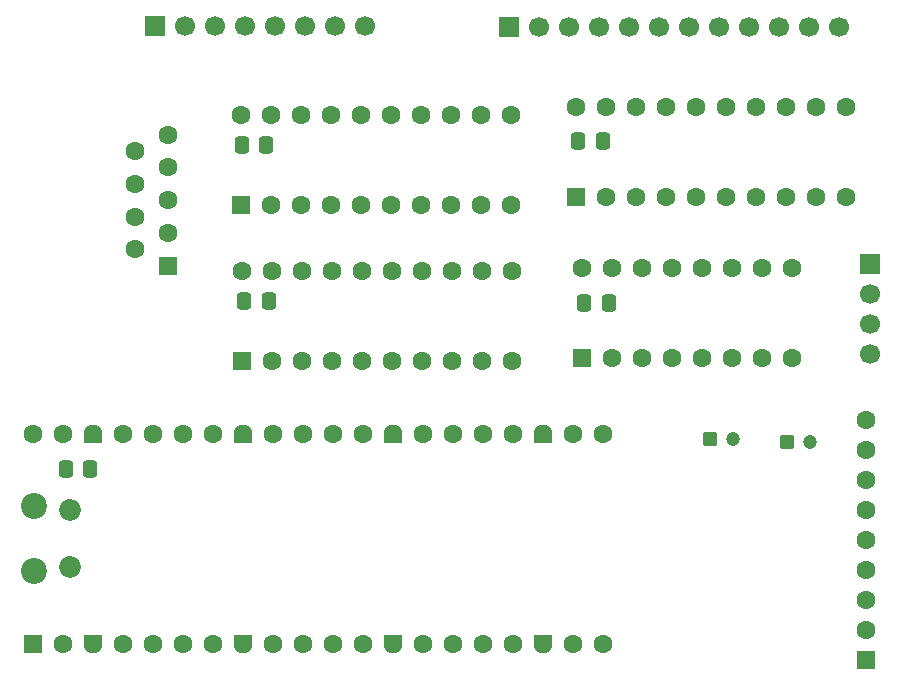
<source format=gbr>
%TF.GenerationSoftware,KiCad,Pcbnew,9.0.2*%
%TF.CreationDate,2025-07-27T17:40:09+01:00*%
%TF.ProjectId,Pico-Keyboard-Matrix-Interface,5069636f-2d4b-4657-9962-6f6172642d4d,rev?*%
%TF.SameCoordinates,Original*%
%TF.FileFunction,Soldermask,Bot*%
%TF.FilePolarity,Negative*%
%FSLAX46Y46*%
G04 Gerber Fmt 4.6, Leading zero omitted, Abs format (unit mm)*
G04 Created by KiCad (PCBNEW 9.0.2) date 2025-07-27 17:40:09*
%MOMM*%
%LPD*%
G01*
G04 APERTURE LIST*
G04 Aperture macros list*
%AMRoundRect*
0 Rectangle with rounded corners*
0 $1 Rounding radius*
0 $2 $3 $4 $5 $6 $7 $8 $9 X,Y pos of 4 corners*
0 Add a 4 corners polygon primitive as box body*
4,1,4,$2,$3,$4,$5,$6,$7,$8,$9,$2,$3,0*
0 Add four circle primitives for the rounded corners*
1,1,$1+$1,$2,$3*
1,1,$1+$1,$4,$5*
1,1,$1+$1,$6,$7*
1,1,$1+$1,$8,$9*
0 Add four rect primitives between the rounded corners*
20,1,$1+$1,$2,$3,$4,$5,0*
20,1,$1+$1,$4,$5,$6,$7,0*
20,1,$1+$1,$6,$7,$8,$9,0*
20,1,$1+$1,$8,$9,$2,$3,0*%
%AMFreePoly0*
4,1,37,0.603843,0.796157,0.639018,0.796157,0.711114,0.766294,0.766294,0.711114,0.796157,0.639018,0.796157,0.603843,0.800000,0.600000,0.800000,-0.600000,0.796157,-0.603843,0.796157,-0.639018,0.766294,-0.711114,0.711114,-0.766294,0.639018,-0.796157,0.603843,-0.796157,0.600000,-0.800000,0.000000,-0.800000,0.000000,-0.796148,-0.078414,-0.796148,-0.232228,-0.765552,-0.377117,-0.705537,
-0.507515,-0.618408,-0.618408,-0.507515,-0.705537,-0.377117,-0.765552,-0.232228,-0.796148,-0.078414,-0.796148,0.078414,-0.765552,0.232228,-0.705537,0.377117,-0.618408,0.507515,-0.507515,0.618408,-0.377117,0.705537,-0.232228,0.765552,-0.078414,0.796148,0.000000,0.796148,0.000000,0.800000,0.600000,0.800000,0.603843,0.796157,0.603843,0.796157,$1*%
%AMFreePoly1*
4,1,37,0.000000,0.796148,0.078414,0.796148,0.232228,0.765552,0.377117,0.705537,0.507515,0.618408,0.618408,0.507515,0.705537,0.377117,0.765552,0.232228,0.796148,0.078414,0.796148,-0.078414,0.765552,-0.232228,0.705537,-0.377117,0.618408,-0.507515,0.507515,-0.618408,0.377117,-0.705537,0.232228,-0.765552,0.078414,-0.796148,0.000000,-0.796148,0.000000,-0.800000,-0.600000,-0.800000,
-0.603843,-0.796157,-0.639018,-0.796157,-0.711114,-0.766294,-0.766294,-0.711114,-0.796157,-0.639018,-0.796157,-0.603843,-0.800000,-0.600000,-0.800000,0.600000,-0.796157,0.603843,-0.796157,0.639018,-0.766294,0.711114,-0.711114,0.766294,-0.639018,0.796157,-0.603843,0.796157,-0.600000,0.800000,0.000000,0.800000,0.000000,0.796148,0.000000,0.796148,$1*%
G04 Aperture macros list end*
%ADD10RoundRect,0.250000X0.550000X-0.550000X0.550000X0.550000X-0.550000X0.550000X-0.550000X-0.550000X0*%
%ADD11C,1.600000*%
%ADD12RoundRect,0.250000X-0.350000X-0.350000X0.350000X-0.350000X0.350000X0.350000X-0.350000X0.350000X0*%
%ADD13C,1.200000*%
%ADD14R,1.700000X1.700000*%
%ADD15C,1.700000*%
%ADD16C,2.200000*%
%ADD17C,1.850000*%
%ADD18RoundRect,0.200000X0.600000X-0.600000X0.600000X0.600000X-0.600000X0.600000X-0.600000X-0.600000X0*%
%ADD19FreePoly0,90.000000*%
%ADD20FreePoly1,90.000000*%
%ADD21R,1.600000X1.600000*%
%ADD22RoundRect,0.250000X-0.337500X-0.475000X0.337500X-0.475000X0.337500X0.475000X-0.337500X0.475000X0*%
G04 APERTURE END LIST*
D10*
%TO.C,U3*%
X117470000Y-57550000D03*
D11*
X120010000Y-57550000D03*
X122550000Y-57550000D03*
X125090000Y-57550000D03*
X127630000Y-57550000D03*
X130170000Y-57550000D03*
X132710000Y-57550000D03*
X135250000Y-57550000D03*
X137790000Y-57550000D03*
X140330000Y-57550000D03*
X140330000Y-49930000D03*
X137790000Y-49930000D03*
X135250000Y-49930000D03*
X132710000Y-49930000D03*
X130170000Y-49930000D03*
X127630000Y-49930000D03*
X125090000Y-49930000D03*
X122550000Y-49930000D03*
X120010000Y-49930000D03*
X117470000Y-49930000D03*
%TD*%
D10*
%TO.C,U2*%
X89110000Y-58200000D03*
D11*
X91650000Y-58200000D03*
X94190000Y-58200000D03*
X96730000Y-58200000D03*
X99270000Y-58200000D03*
X101810000Y-58200000D03*
X104350000Y-58200000D03*
X106890000Y-58200000D03*
X109430000Y-58200000D03*
X111970000Y-58200000D03*
X111970000Y-50580000D03*
X109430000Y-50580000D03*
X106890000Y-50580000D03*
X104350000Y-50580000D03*
X101810000Y-50580000D03*
X99270000Y-50580000D03*
X96730000Y-50580000D03*
X94190000Y-50580000D03*
X91650000Y-50580000D03*
X89110000Y-50580000D03*
%TD*%
D12*
%TO.C,C2*%
X135277400Y-78300000D03*
D13*
X137277400Y-78300000D03*
%TD*%
D14*
%TO.C,J3*%
X142315000Y-63240000D03*
D15*
X142315000Y-65780000D03*
X142315000Y-68320000D03*
X142315000Y-70860000D03*
%TD*%
D16*
%TO.C,A1*%
X71600000Y-89175000D03*
D17*
X74630000Y-88875000D03*
X74630000Y-84025000D03*
D16*
X71600000Y-83725000D03*
D18*
X71470000Y-95340000D03*
D11*
X74010000Y-95340000D03*
D19*
X76550000Y-95340000D03*
D11*
X79090000Y-95340000D03*
X81630000Y-95340000D03*
X84170000Y-95340000D03*
X86710000Y-95340000D03*
D19*
X89250000Y-95340000D03*
D11*
X91790000Y-95340000D03*
X94330000Y-95340000D03*
X96870000Y-95340000D03*
X99410000Y-95340000D03*
D19*
X101950000Y-95340000D03*
D11*
X104490000Y-95340000D03*
X107030000Y-95340000D03*
X109570000Y-95340000D03*
X112110000Y-95340000D03*
D19*
X114650000Y-95340000D03*
D11*
X117190000Y-95340000D03*
X119730000Y-95340000D03*
X119730000Y-77560000D03*
X117190000Y-77560000D03*
D20*
X114650000Y-77560000D03*
D11*
X112110000Y-77560000D03*
X109570000Y-77560000D03*
X107030000Y-77560000D03*
X104490000Y-77560000D03*
D20*
X101950000Y-77560000D03*
D11*
X99410000Y-77560000D03*
X96870000Y-77560000D03*
X94330000Y-77560000D03*
X91790000Y-77560000D03*
D20*
X89250000Y-77560000D03*
D11*
X86710000Y-77560000D03*
X84170000Y-77560000D03*
X81630000Y-77560000D03*
X79090000Y-77560000D03*
D20*
X76550000Y-77560000D03*
D11*
X74010000Y-77560000D03*
X71470000Y-77560000D03*
%TD*%
D10*
%TO.C,U4*%
X117960000Y-71170000D03*
D11*
X120500000Y-71170000D03*
X123040000Y-71170000D03*
X125580000Y-71170000D03*
X128120000Y-71170000D03*
X130660000Y-71170000D03*
X133200000Y-71170000D03*
X135740000Y-71170000D03*
X135740000Y-63550000D03*
X133200000Y-63550000D03*
X130660000Y-63550000D03*
X128120000Y-63550000D03*
X125580000Y-63550000D03*
X123040000Y-63550000D03*
X120500000Y-63550000D03*
X117960000Y-63550000D03*
%TD*%
D14*
%TO.C,J2*%
X111810000Y-43150000D03*
D15*
X114350000Y-43150000D03*
X116890000Y-43150000D03*
X119430000Y-43150000D03*
X121970000Y-43150000D03*
X124510000Y-43150000D03*
X127050000Y-43150000D03*
X129590000Y-43150000D03*
X132130000Y-43150000D03*
X134670000Y-43150000D03*
X137210000Y-43150000D03*
X139750000Y-43150000D03*
%TD*%
D21*
%TO.C,J4*%
X82915300Y-63340000D03*
D11*
X82915300Y-60570000D03*
X82915300Y-57800000D03*
X82915300Y-55030000D03*
X82915300Y-52260000D03*
X80075300Y-61955000D03*
X80075300Y-59185000D03*
X80075300Y-56415000D03*
X80075300Y-53645000D03*
%TD*%
D12*
%TO.C,C1*%
X128777400Y-78000000D03*
D13*
X130777400Y-78000000D03*
%TD*%
D14*
%TO.C,J1*%
X81840000Y-43050000D03*
D15*
X84380000Y-43050000D03*
X86920000Y-43050000D03*
X89460000Y-43050000D03*
X92000000Y-43050000D03*
X94540000Y-43050000D03*
X97080000Y-43050000D03*
X99620000Y-43050000D03*
%TD*%
D21*
%TO.C,RN1*%
X142000000Y-96750000D03*
D11*
X142000000Y-94210000D03*
X142000000Y-91670000D03*
X142000000Y-89130000D03*
X142000000Y-86590000D03*
X142000000Y-84050000D03*
X142000000Y-81510000D03*
X142000000Y-78970000D03*
X142000000Y-76430000D03*
%TD*%
D10*
%TO.C,U1*%
X89160000Y-71400000D03*
D11*
X91700000Y-71400000D03*
X94240000Y-71400000D03*
X96780000Y-71400000D03*
X99320000Y-71400000D03*
X101860000Y-71400000D03*
X104400000Y-71400000D03*
X106940000Y-71400000D03*
X109480000Y-71400000D03*
X112020000Y-71400000D03*
X112020000Y-63780000D03*
X109480000Y-63780000D03*
X106940000Y-63780000D03*
X104400000Y-63780000D03*
X101860000Y-63780000D03*
X99320000Y-63780000D03*
X96780000Y-63780000D03*
X94240000Y-63780000D03*
X91700000Y-63780000D03*
X89160000Y-63780000D03*
%TD*%
D22*
%TO.C,DC4*%
X118162500Y-66500000D03*
X120237500Y-66500000D03*
%TD*%
%TO.C,DC1*%
X89162500Y-53100000D03*
X91237500Y-53100000D03*
%TD*%
%TO.C,DC3*%
X117650000Y-52750000D03*
X119725000Y-52750000D03*
%TD*%
%TO.C,DC5*%
X74250000Y-80550000D03*
X76325000Y-80550000D03*
%TD*%
%TO.C,DC2*%
X89362500Y-66350000D03*
X91437500Y-66350000D03*
%TD*%
M02*

</source>
